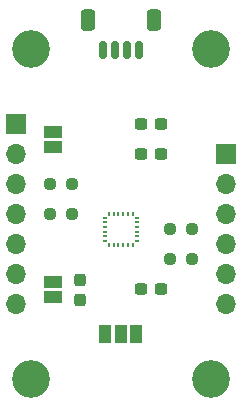
<source format=gts>
%TF.GenerationSoftware,KiCad,Pcbnew,(6.0.4)*%
%TF.CreationDate,2022-04-27T14:48:19-04:00*%
%TF.ProjectId,bhi160_breakout,62686931-3630-45f6-9272-65616b6f7574,rev?*%
%TF.SameCoordinates,Original*%
%TF.FileFunction,Soldermask,Top*%
%TF.FilePolarity,Negative*%
%FSLAX46Y46*%
G04 Gerber Fmt 4.6, Leading zero omitted, Abs format (unit mm)*
G04 Created by KiCad (PCBNEW (6.0.4)) date 2022-04-27 14:48:19*
%MOMM*%
%LPD*%
G01*
G04 APERTURE LIST*
G04 Aperture macros list*
%AMRoundRect*
0 Rectangle with rounded corners*
0 $1 Rounding radius*
0 $2 $3 $4 $5 $6 $7 $8 $9 X,Y pos of 4 corners*
0 Add a 4 corners polygon primitive as box body*
4,1,4,$2,$3,$4,$5,$6,$7,$8,$9,$2,$3,0*
0 Add four circle primitives for the rounded corners*
1,1,$1+$1,$2,$3*
1,1,$1+$1,$4,$5*
1,1,$1+$1,$6,$7*
1,1,$1+$1,$8,$9*
0 Add four rect primitives between the rounded corners*
20,1,$1+$1,$2,$3,$4,$5,0*
20,1,$1+$1,$4,$5,$6,$7,0*
20,1,$1+$1,$6,$7,$8,$9,0*
20,1,$1+$1,$8,$9,$2,$3,0*%
%AMOutline5P*
0 Free polygon, 5 corners , with rotation*
0 The origin of the aperture is its center*
0 number of corners: always 5*
0 $1 to $10 corner X, Y*
0 $11 Rotation angle, in degrees counterclockwise*
0 create outline with 5 corners*
4,1,5,$1,$2,$3,$4,$5,$6,$7,$8,$9,$10,$1,$2,$11*%
%AMOutline6P*
0 Free polygon, 6 corners , with rotation*
0 The origin of the aperture is its center*
0 number of corners: always 6*
0 $1 to $12 corner X, Y*
0 $13 Rotation angle, in degrees counterclockwise*
0 create outline with 6 corners*
4,1,6,$1,$2,$3,$4,$5,$6,$7,$8,$9,$10,$11,$12,$1,$2,$13*%
%AMOutline7P*
0 Free polygon, 7 corners , with rotation*
0 The origin of the aperture is its center*
0 number of corners: always 7*
0 $1 to $14 corner X, Y*
0 $15 Rotation angle, in degrees counterclockwise*
0 create outline with 7 corners*
4,1,7,$1,$2,$3,$4,$5,$6,$7,$8,$9,$10,$11,$12,$13,$14,$1,$2,$15*%
%AMOutline8P*
0 Free polygon, 8 corners , with rotation*
0 The origin of the aperture is its center*
0 number of corners: always 8*
0 $1 to $16 corner X, Y*
0 $17 Rotation angle, in degrees counterclockwise*
0 create outline with 8 corners*
4,1,8,$1,$2,$3,$4,$5,$6,$7,$8,$9,$10,$11,$12,$13,$14,$15,$16,$1,$2,$17*%
G04 Aperture macros list end*
%ADD10O,1.700000X1.700000*%
%ADD11R,1.700000X1.700000*%
%ADD12RoundRect,0.237500X0.250000X0.237500X-0.250000X0.237500X-0.250000X-0.237500X0.250000X-0.237500X0*%
%ADD13RoundRect,0.237500X-0.250000X-0.237500X0.250000X-0.237500X0.250000X0.237500X-0.250000X0.237500X0*%
%ADD14RoundRect,0.237500X-0.300000X-0.237500X0.300000X-0.237500X0.300000X0.237500X-0.300000X0.237500X0*%
%ADD15RoundRect,0.237500X-0.237500X0.300000X-0.237500X-0.300000X0.237500X-0.300000X0.237500X0.300000X0*%
%ADD16R,1.000000X1.500000*%
%ADD17R,1.500000X1.000000*%
%ADD18C,3.200000*%
%ADD19RoundRect,0.250000X-0.350000X-0.650000X0.350000X-0.650000X0.350000X0.650000X-0.350000X0.650000X0*%
%ADD20RoundRect,0.150000X-0.150000X-0.625000X0.150000X-0.625000X0.150000X0.625000X-0.150000X0.625000X0*%
%ADD21Outline5P,-0.100000X0.175000X0.100000X0.175000X0.100000X-0.175000X-0.018000X-0.175000X-0.100000X-0.093000X180.000000*%
%ADD22R,0.200000X0.350000*%
%ADD23Outline5P,-0.100000X0.175000X0.100000X0.175000X0.100000X-0.093000X0.018000X-0.175000X-0.100000X-0.175000X180.000000*%
%ADD24Outline5P,-0.100000X0.175000X0.018000X0.175000X0.100000X0.093000X0.100000X-0.175000X-0.100000X-0.175000X270.000000*%
%ADD25R,0.350000X0.200000*%
%ADD26Outline5P,-0.100000X0.093000X-0.018000X0.175000X0.100000X0.175000X0.100000X-0.175000X-0.100000X-0.175000X270.000000*%
%ADD27Outline5P,-0.100000X0.175000X0.018000X0.175000X0.100000X0.093000X0.100000X-0.175000X-0.100000X-0.175000X180.000000*%
%ADD28Outline5P,-0.100000X0.093000X-0.018000X0.175000X0.100000X0.175000X0.100000X-0.175000X-0.100000X-0.175000X180.000000*%
%ADD29Outline5P,-0.100000X0.175000X0.100000X0.175000X0.100000X-0.175000X-0.018000X-0.175000X-0.100000X-0.093000X270.000000*%
%ADD30Outline5P,-0.100000X0.175000X0.100000X0.175000X0.100000X-0.093000X0.018000X-0.175000X-0.100000X-0.175000X270.000000*%
G04 APERTURE END LIST*
D10*
%TO.C,J6*%
X179070000Y-119380000D03*
X179070000Y-116840000D03*
X179070000Y-114300000D03*
X179070000Y-111760000D03*
X179070000Y-109220000D03*
D11*
X179070000Y-106680000D03*
%TD*%
D12*
%TO.C,R2*%
X166012500Y-111760000D03*
X164187500Y-111760000D03*
%TD*%
D13*
%TO.C,R4*%
X176172500Y-113030000D03*
X174347500Y-113030000D03*
%TD*%
%TO.C,R3*%
X174347500Y-115570000D03*
X176172500Y-115570000D03*
%TD*%
D12*
%TO.C,R1*%
X164187500Y-109220000D03*
X166012500Y-109220000D03*
%TD*%
D14*
%TO.C,C4*%
X173582500Y-104140000D03*
X171857500Y-104140000D03*
%TD*%
%TO.C,C3*%
X173582500Y-106680000D03*
X171857500Y-106680000D03*
%TD*%
D15*
%TO.C,C2*%
X166725600Y-119023300D03*
X166725600Y-117298300D03*
%TD*%
D14*
%TO.C,C1*%
X173582500Y-118110000D03*
X171857500Y-118110000D03*
%TD*%
D16*
%TO.C,JP3*%
X168880000Y-121920000D03*
X170180000Y-121920000D03*
X171480000Y-121920000D03*
%TD*%
D17*
%TO.C,JP2*%
X164465000Y-117460000D03*
X164465000Y-118760000D03*
%TD*%
%TO.C,JP1*%
X164465000Y-106060000D03*
X164465000Y-104760000D03*
%TD*%
D18*
%TO.C,H3*%
X177800000Y-125730000D03*
%TD*%
D10*
%TO.C,J5*%
X161290000Y-119375000D03*
X161290000Y-116835000D03*
X161290000Y-114295000D03*
X161290000Y-111755000D03*
X161290000Y-109215000D03*
X161290000Y-106675000D03*
D11*
X161290000Y-104135000D03*
%TD*%
D19*
%TO.C,J1*%
X167380000Y-95320000D03*
X172980000Y-95320000D03*
D20*
X171680000Y-97845000D03*
X170680000Y-97845000D03*
X169680000Y-97845000D03*
X168680000Y-97845000D03*
%TD*%
D18*
%TO.C,H2*%
X162560000Y-97790000D03*
%TD*%
%TO.C,H4*%
X177800000Y-97790000D03*
%TD*%
D21*
%TO.C,U1*%
X171180000Y-114365000D03*
D22*
X170780000Y-114365000D03*
X170380000Y-114365000D03*
X169980000Y-114365000D03*
X169580000Y-114365000D03*
D23*
X169180000Y-114365000D03*
D24*
X168845000Y-114030000D03*
D25*
X168845000Y-113630000D03*
X168845000Y-113230000D03*
X168845000Y-112830000D03*
X168845000Y-112430000D03*
D26*
X168845000Y-112030000D03*
D27*
X169180000Y-111695000D03*
D22*
X169580000Y-111695000D03*
X169980000Y-111695000D03*
X170380000Y-111695000D03*
X170780000Y-111695000D03*
D28*
X171180000Y-111695000D03*
D29*
X171515000Y-112030000D03*
D25*
X171515000Y-112430000D03*
X171515000Y-112830000D03*
X171515000Y-113230000D03*
X171515000Y-113630000D03*
D30*
X171515000Y-114030000D03*
%TD*%
D18*
%TO.C,H1*%
X162560000Y-125730000D03*
%TD*%
M02*

</source>
